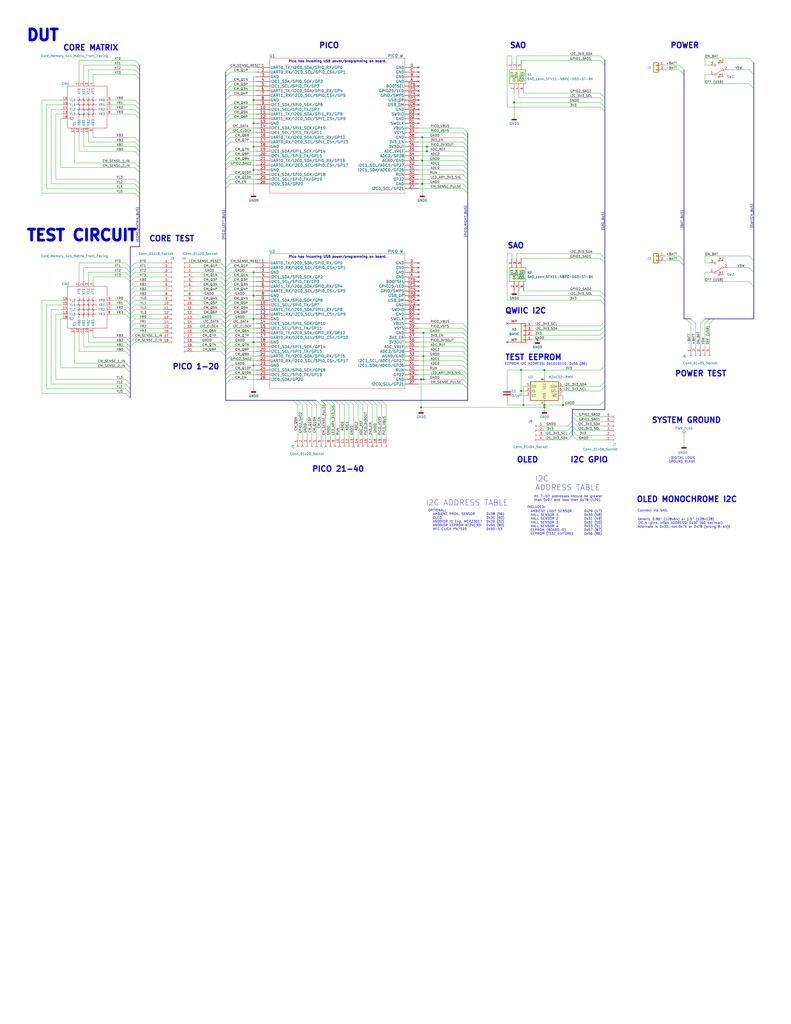
<source format=kicad_sch>
(kicad_sch (version 20230121) (generator eeschema)
  (paper "C" portrait)
  (title_block (title "Core16 Logic Board Test Fixture") (date "2023-11-16") (rev "0.2") (company "Concept and design by Andy Geppert @ www.MachineIdeas.com") (comment 4 "All non-polarized capacitors are X7R or X5R ceramic unless otherwise noted."))
  (bus_alias "CM_TRANSISTOR_DRIVE_BUS" (members "CM_Q1N" "CM_Q1P" "CM_Q2N" "CM_Q2P" "CM_Q3N" "CM_Q3P" "CM_Q4N" "CM_Q4P" "CM_Q5N" "CM_Q5P" "CM_Q6N" "CM_Q6P" "CM_Q7N" "CM_Q7P" "CM_Q8N" "CM_Q8P" "CM_Q9N" "CM_Q9P" "CM_Q10N" "CM_Q10P" "CA_SR_GPO_A" "CA_SR_GPO_B" "CA_SR_GPO_C" "CA_SR_GPO_D"))
  (bus_alias "SPI_3V3_BUS" (members "SPI_CD" "SPI_RESET" "SPI_SDI" "SPI_CS1" "SPI_CLK" "SPI_SDO"))
  (bus_alias "GPIO_CPS_BUS" (members "GPIO1_CP1_SAO1" "GPIO2_CP2_SAO2" "GPIO3_CP3_DC" "GPIO4_CP4_CS2" "GPIO5_CP5_HS1" "GPIO6_CP6_HS2" "GPIO7_CP7_HS3" "GPIO8_CP8_HS4"))
  (bus_alias "I2C_3V3_BUS" (members "I2C_3V3_SCL" "I2C_3V3_SDA"))
  (bus_alias "CA_SHIFT_REGISTER_BUS" (members "CM_SR_CLK" "CM_SR_LAT" "CM_SR_~{OE}" "CM_SR_SER1"))
  (junction (at 230.505 87.63))
  (junction (at 233.045 82.55))
  (junction (at 297.18 201.93))
  (junction (at 284.48 213.36))
  (junction (at 138.43 80.01))
  (junction (at 231.14 194.31))
  (junction (at 231.14 207.01))
  (junction (at 138.43 148.59))
  (junction (at 284.48 201.93))
  (junction (at 233.045 80.01))
  (junction (at 280.67 55.88))
  (junction (at 138.43 67.31))
  (junction (at 293.37 185.42))
  (junction (at 285.75 220.98))
  (junction (at 231.14 181.61))
  (junction (at 229.87 207.01))
  (junction (at 138.43 92.71))
  (junction (at 138.43 186.69))
  (junction (at 307.34 220.98))
  (junction (at 297.18 222.25))
  (junction (at 297.18 220.98))
  (junction (at 230.505 100.33))
  (junction (at 138.43 161.29))
  (junction (at 138.43 199.39))
  (junction (at 138.43 54.61))
  (junction (at 230.505 74.93))
  (junction (at 229.87 222.25))
  (junction (at 138.43 173.99))
  (no_connect (at 228.6 62.23))
  (no_connect (at 228.6 52.07))
  (no_connect (at 228.6 41.91))
  (no_connect (at 228.6 59.69))
  (no_connect (at 228.6 171.45))
  (no_connect (at 276.86 186.69))
  (no_connect (at 276.86 176.53))
  (no_connect (at 228.6 146.05))
  (no_connect (at 228.6 49.53))
  (no_connect (at 228.6 148.59))
  (no_connect (at 228.6 163.83))
  (no_connect (at 228.6 36.83))
  (no_connect (at 228.6 57.15))
  (no_connect (at 228.6 161.29))
  (no_connect (at 228.6 158.75))
  (no_connect (at 228.6 143.51))
  (no_connect (at 228.6 44.45))
  (no_connect (at 228.6 168.91))
  (no_connect (at 228.6 173.99))
  (no_connect (at 228.6 153.67))
  (no_connect (at 228.6 46.99))
  (no_connect (at 228.6 166.37))
  (no_connect (at 228.6 151.13))
  (no_connect (at 228.6 54.61))
  (no_connect (at 228.6 64.77))
  (no_connect (at 228.6 156.21))
  (no_connect (at 228.6 67.31))
  (no_connect (at 228.6 39.37))
  (bus_entry (at 198.12 220.98) (size -2.54 -2.54))
  (bus_entry (at 73.66 163.83) (size -2.54 2.54))
  (bus_entry (at 73.66 151.13) (size -2.54 2.54))
  (bus_entry (at 68.58 186.69) (size 2.54 2.54))
  (bus_entry (at 187.96 220.98) (size -2.54 -2.54))
  (bus_entry (at 123.19 161.29) (size -2.54 -2.54))
  (bus_entry (at 123.19 151.13) (size 2.54 -2.54))
  (bus_entry (at 252.73 74.93) (size 2.54 2.54))
  (bus_entry (at 73.66 77.47) (size 2.54 2.54))
  (bus_entry (at 123.19 184.15) (size 2.54 -2.54))
  (bus_entry (at 327.66 185.42) (size 2.54 -2.54))
  (bus_entry (at 408.94 153.67) (size 2.54 2.54))
  (bus_entry (at 252.73 176.53) (size 2.54 2.54))
  (bus_entry (at 123.19 191.77) (size 2.54 -2.54))
  (bus_entry (at 123.19 171.45) (size -2.54 -2.54))
  (bus_entry (at 314.96 237.49) (size -2.54 -2.54))
  (bus_entry (at 73.66 153.67) (size -2.54 2.54))
  (bus_entry (at 252.73 204.47) (size 2.54 2.54))
  (bus_entry (at 68.58 151.13) (size 2.54 2.54))
  (bus_entry (at 73.66 181.61) (size -2.54 2.54))
  (bus_entry (at 123.19 166.37) (size 2.54 -2.54))
  (bus_entry (at 162.56 218.44) (size 2.54 2.54))
  (bus_entry (at 123.19 186.69) (size -2.54 -2.54))
  (bus_entry (at 73.66 82.55) (size 2.54 2.54))
  (bus_entry (at 252.73 82.55) (size 2.54 2.54))
  (bus_entry (at 252.73 92.71) (size 2.54 2.54))
  (bus_entry (at 123.19 168.91) (size -2.54 -2.54))
  (bus_entry (at 73.66 88.9) (size 2.54 2.54))
  (bus_entry (at 252.73 72.39) (size 2.54 2.54))
  (bus_entry (at 120.65 173.99) (size 2.54 2.54))
  (bus_entry (at 123.19 181.61) (size 2.54 -2.54))
  (bus_entry (at 123.19 194.31) (size 2.54 -2.54))
  (bus_entry (at 252.73 80.01) (size 2.54 2.54))
  (bus_entry (at 252.73 194.31) (size 2.54 2.54))
  (bus_entry (at 73.66 100.33) (size 2.54 2.54))
  (bus_entry (at 379.73 176.53) (size -2.54 -2.54))
  (bus_entry (at 123.19 87.63) (size 2.54 -2.54))
  (bus_entry (at 252.73 97.79) (size 2.54 2.54))
  (bus_entry (at 123.19 191.77) (size -2.54 -2.54))
  (bus_entry (at 314.96 240.03) (size -2.54 -2.54))
  (bus_entry (at 73.66 57.15) (size 2.54 2.54))
  (bus_entry (at 73.66 40.64) (size 2.54 2.54))
  (bus_entry (at 68.58 189.23) (size 2.54 2.54))
  (bus_entry (at 123.19 173.99) (size 2.54 -2.54))
  (bus_entry (at 309.88 240.03) (size 2.54 -2.54))
  (bus_entry (at 370.84 38.1) (size 2.54 2.54))
  (bus_entry (at 252.73 181.61) (size 2.54 2.54))
  (bus_entry (at 180.34 220.98) (size -2.54 -2.54))
  (bus_entry (at 123.19 148.59) (size -2.54 -2.54))
  (bus_entry (at 123.19 77.47) (size 2.54 -2.54))
  (bus_entry (at 193.04 220.98) (size -2.54 -2.54))
  (bus_entry (at 123.19 181.61) (size -2.54 -2.54))
  (bus_entry (at 120.65 153.67) (size 2.54 2.54))
  (bus_entry (at 123.19 54.61) (size 2.54 -2.54))
  (bus_entry (at 123.19 179.07) (size 2.54 -2.54))
  (bus_entry (at 327.66 213.36) (size 2.54 -2.54))
  (bus_entry (at 73.66 80.01) (size 2.54 2.54))
  (bus_entry (at 252.73 69.85) (size 2.54 2.54))
  (bus_entry (at 252.73 179.07) (size 2.54 2.54))
  (bus_entry (at 120.65 161.29) (size 2.54 2.54))
  (bus_entry (at 314.96 227.33) (size -2.54 -2.54))
  (bus_entry (at 327.66 210.82) (size 2.54 -2.54))
  (bus_entry (at 370.84 142.24) (size 2.54 2.54))
  (bus_entry (at 123.19 163.83) (size 2.54 -2.54))
  (bus_entry (at 190.5 220.98) (size -2.54 -2.54))
  (bus_entry (at 327.66 201.93) (size 2.54 -2.54))
  (bus_entry (at 73.66 156.21) (size -2.54 2.54))
  (bus_entry (at 330.2 33.02) (size -2.54 -2.54))
  (bus_entry (at 73.66 146.05) (size -2.54 2.54))
  (bus_entry (at 123.19 146.05) (size 2.54 -2.54))
  (bus_entry (at 123.19 153.67) (size -2.54 -2.54))
  (bus_entry (at 123.19 199.39) (size 2.54 -2.54))
  (bus_entry (at 123.19 67.31) (size 2.54 -2.54))
  (bus_entry (at 252.73 201.93) (size 2.54 2.54))
  (bus_entry (at 314.96 232.41) (size -2.54 -2.54))
  (bus_entry (at 123.19 201.93) (size 2.54 -2.54))
  (bus_entry (at 123.19 90.17) (size 2.54 -2.54))
  (bus_entry (at 68.58 148.59) (size 2.54 2.54))
  (bus_entry (at 195.58 220.98) (size -2.54 -2.54))
  (bus_entry (at 73.66 186.69) (size -2.54 2.54))
  (bus_entry (at 309.88 234.95) (size 2.54 -2.54))
  (bus_entry (at 330.2 161.29) (size -2.54 -2.54))
  (bus_entry (at 123.19 166.37) (size -2.54 -2.54))
  (bus_entry (at 123.19 62.23) (size 2.54 -2.54))
  (bus_entry (at 205.74 220.98) (size -2.54 -2.54))
  (bus_entry (at 73.66 161.29) (size -2.54 2.54))
  (bus_entry (at 123.19 186.69) (size 2.54 -2.54))
  (bus_entry (at 123.19 196.85) (size 2.54 -2.54))
  (bus_entry (at 123.19 168.91) (size 2.54 -2.54))
  (bus_entry (at 123.19 74.93) (size 2.54 -2.54))
  (bus_entry (at 252.73 186.69) (size 2.54 2.54))
  (bus_entry (at 327.66 58.42) (size 2.54 2.54))
  (bus_entry (at 327.66 220.98) (size 2.54 -2.54))
  (bus_entry (at 68.58 212.09) (size 2.54 2.54))
  (bus_entry (at 327.66 177.8) (size 2.54 -2.54))
  (bus_entry (at 327.66 182.88) (size 2.54 -2.54))
  (bus_entry (at 327.66 180.34) (size 2.54 -2.54))
  (bus_entry (at 387.35 176.53) (size 2.54 -2.54))
  (bus_entry (at 252.73 196.85) (size 2.54 2.54))
  (bus_entry (at 408.94 31.75) (size 2.54 2.54))
  (bus_entry (at 125.73 46.99) (size -2.54 2.54))
  (bus_entry (at 73.66 184.15) (size -2.54 2.54))
  (bus_entry (at 330.2 35.56) (size -2.54 -2.54))
  (bus_entry (at 330.2 53.34) (size -2.54 -2.54))
  (bus_entry (at 123.19 97.79) (size 2.54 -2.54))
  (bus_entry (at 123.19 209.55) (size 2.54 -2.54))
  (bus_entry (at 382.27 176.53) (size 2.54 -2.54))
  (bus_entry (at 327.66 55.88) (size 2.54 2.54))
  (bus_entry (at 73.66 168.91) (size -2.54 2.54))
  (bus_entry (at 330.2 163.83) (size -2.54 -2.54))
  (bus_entry (at 73.66 91.44) (size 2.54 2.54))
  (bus_entry (at 125.73 156.21) (size -2.54 2.54))
  (bus_entry (at 177.8 220.98) (size -2.54 -2.54))
  (bus_entry (at 120.65 148.59) (size 2.54 2.54))
  (bus_entry (at 123.19 176.53) (size 2.54 -2.54))
  (bus_entry (at 68.58 184.15) (size 2.54 2.54))
  (bus_entry (at 123.19 72.39) (size 2.54 -2.54))
  (bus_entry (at 252.73 207.01) (size 2.54 2.54))
  (bus_entry (at 123.19 148.59) (size 2.54 -2.54))
  (bus_entry (at 252.73 95.25) (size 2.54 2.54))
  (bus_entry (at 408.94 45.72) (size 2.54 2.54))
  (bus_entry (at 252.73 102.87) (size 2.54 2.54))
  (bus_entry (at 73.66 179.07) (size -2.54 2.54))
  (bus_entry (at 210.82 220.98) (size -2.54 -2.54))
  (bus_entry (at 330.2 143.51) (size -2.54 -2.54))
  (bus_entry (at 68.58 171.45) (size 2.54 2.54))
  (bus_entry (at 252.73 184.15) (size 2.54 2.54))
  (bus_entry (at 408.94 146.05) (size 2.54 2.54))
  (bus_entry (at 68.58 200.66) (size 2.54 2.54))
  (bus_entry (at 68.58 146.05) (size 2.54 2.54))
  (bus_entry (at 123.19 92.71) (size 2.54 -2.54))
  (bus_entry (at 73.66 105.41) (size 2.54 2.54))
  (bus_entry (at 68.58 214.63) (size 2.54 2.54))
  (bus_entry (at 165.1 218.44) (size 2.54 2.54))
  (bus_entry (at 68.58 191.77) (size 2.54 2.54))
  (bus_entry (at 252.73 77.47) (size 2.54 2.54))
  (bus_entry (at 160.02 218.44) (size 2.54 2.54))
  (bus_entry (at 73.66 176.53) (size -2.54 2.54))
  (bus_entry (at 314.96 229.87) (size -2.54 -2.54))
  (bus_entry (at 123.19 59.69) (size 2.54 -2.54))
  (bus_entry (at 330.2 55.88) (size -2.54 -2.54))
  (bus_entry (at 408.94 139.7) (size 2.54 2.54))
  (bus_entry (at 252.73 189.23) (size 2.54 2.54))
  (bus_entry (at 123.19 179.07) (size -2.54 -2.54))
  (bus_entry (at 252.73 87.63) (size 2.54 2.54))
  (bus_entry (at 330.2 140.97) (size -2.54 -2.54))
  (bus_entry (at 123.19 100.33) (size 2.54 -2.54))
  (bus_entry (at 252.73 90.17) (size 2.54 2.54))
  (bus_entry (at 73.66 54.61) (size 2.54 2.54))
  (bus_entry (at 73.66 62.23) (size 2.54 2.54))
  (bus_entry (at 314.96 234.95) (size -2.54 -2.54))
  (bus_entry (at 73.66 59.69) (size 2.54 2.54))
  (bus_entry (at 175.26 218.44) (size 2.54 2.54))
  (bus_entry (at 123.19 64.77) (size 2.54 -2.54))
  (bus_entry (at 252.73 191.77) (size 2.54 2.54))
  (bus_entry (at 370.84 139.7) (size 2.54 2.54))
  (bus_entry (at 170.18 218.44) (size 2.54 2.54))
  (bus_entry (at 68.58 209.55) (size 2.54 2.54))
  (bus_entry (at 203.2 220.98) (size -2.54 -2.54))
  (bus_entry (at 125.73 49.53) (size -2.54 2.54))
  (bus_entry (at 73.66 166.37) (size -2.54 2.54))
  (bus_entry (at 125.73 153.67) (size -2.54 2.54))
  (bus_entry (at 73.66 171.45) (size -2.54 2.54))
  (bus_entry (at 377.19 176.53) (size -2.54 -2.54))
  (bus_entry (at 73.66 35.56) (size 2.54 2.54))
  (bus_entry (at 68.58 163.83) (size 2.54 2.54))
  (bus_entry (at 123.19 80.01) (size 2.54 -2.54))
  (bus_entry (at 309.88 232.41) (size 2.54 -2.54))
  (bus_entry (at 73.66 173.99) (size -2.54 2.54))
  (bus_entry (at 123.19 204.47) (size 2.54 -2.54))
  (bus_entry (at 123.19 153.67) (size 2.54 -2.54))
  (bus_entry (at 123.19 39.37) (size 2.54 -2.54))
  (bus_entry (at 123.19 161.29) (size 2.54 -2.54))
  (bus_entry (at 123.19 173.99) (size -2.54 -2.54))
  (bus_entry (at 123.19 85.09) (size 2.54 -2.54))
  (bus_entry (at 309.88 237.49) (size 2.54 -2.54))
  (bus_entry (at 73.66 97.79) (size 2.54 2.54))
  (bus_entry (at 73.66 143.51) (size -2.54 2.54))
  (bus_entry (at 167.64 218.44) (size 2.54 2.54))
  (bus_entry (at 123.19 46.99) (size 2.54 -2.54))
  (bus_entry (at 252.73 209.55) (size 2.54 2.54))
  (bus_entry (at 73.66 33.02) (size 2.54 2.54))
  (bus_entry (at 185.42 220.98) (size -2.54 -2.54))
  (bus_entry (at 68.58 143.51) (size 2.54 2.54))
  (bus_entry (at 252.73 199.39) (size 2.54 2.54))
  (bus_entry (at 123.19 207.01) (size 2.54 -2.54))
  (bus_entry (at 120.65 156.21) (size 2.54 2.54))
  (bus_entry (at 370.84 35.56) (size 2.54 2.54))
  (bus_entry (at 68.58 198.12) (size 2.54 2.54))
  (bus_entry (at 68.58 166.37) (size 2.54 2.54))
  (bus_entry (at 123.19 189.23) (size 2.54 -2.54))
  (bus_entry (at 123.19 194.31) (size -2.54 -2.54))
  (bus_entry (at 200.66 220.98) (size -2.54 -2.54))
  (bus_entry (at 73.66 74.93) (size 2.54 2.54))
  (bus_entry (at 252.73 100.33) (size 2.54 2.54))
  (bus_entry (at 123.19 41.91) (size 2.54 -2.54))
  (bus_entry (at 73.66 148.59) (size -2.54 2.54))
  (bus_entry (at 408.94 38.1) (size 2.54 2.54))
  (bus_entry (at 208.28 220.98) (size -2.54 -2.54))
  (bus_entry (at 327.66 163.83) (size 2.54 2.54))
  (bus_entry (at 172.72 218.44) (size 2.54 2.54))
  (bus_entry (at 123.19 146.05) (size -2.54 -2.54))
  (bus_entry (at 73.66 38.1) (size 2.54 2.54))
  (bus_entry (at 73.66 102.87) (size 2.54 2.54))
  (bus_entry (at 384.81 176.53) (size 2.54 -2.54))
  (bus_entry (at 68.58 207.01) (size 2.54 2.54))
  (bus_entry (at 182.88 220.98) (size -2.54 -2.54))
  (bus_entry (at 68.58 168.91) (size 2.54 2.54))
  (bus_entry (at 123.19 102.87) (size 2.54 -2.54))
  (bus_entry (at 73.66 158.75) (size -2.54 2.54))
  (bus_entry (at 252.73 85.09) (size 2.54 2.54))
  (bus_entry (at 123.19 184.15) (size -2.54 -2.54))
  (bus_entry (at 123.19 171.45) (size 2.54 -2.54))
  (bus_entry (at 120.65 186.69) (size 2.54 2.54))
  (wire (pts (xy 284.48 215.9) (xy 287.02 215.9)))
  (wire (pts (xy 125.73 90.17) (xy 139.7 90.17)))
  (wire (pts (xy 314.96 227.33) (xy 330.2 227.33)))
  (wire (pts (xy 290.83 185.42) (xy 293.37 185.42)))
  (bus (pts (xy 187.96 218.44) (xy 190.5 218.44)))
  (wire (pts (xy 105.41 143.51) (xy 120.65 143.51)))
  (wire (pts (xy 48.26 186.69) (xy 48.26 181.61)))
  (wire (pts (xy 228.6 184.15) (xy 252.73 184.15)))
  (wire (pts (xy 384.81 139.7) (xy 408.94 139.7)))
  (wire (pts (xy 228.6 189.23) (xy 252.73 189.23)))
  (wire (pts (xy 60.96 54.61) (xy 73.66 54.61)))
  (wire (pts (xy 177.8 220.98) (xy 177.8 238.76)))
  (wire (pts (xy 40.64 72.39) (xy 40.64 88.9)))
  (bus (pts (xy 71.12 186.69) (xy 71.12 189.23)))
  (wire (pts (xy 48.26 186.69) (xy 68.58 186.69)))
  (wire (pts (xy 230.505 100.33) (xy 252.73 100.33)))
  (wire (pts (xy 138.43 54.61) (xy 138.43 67.31)))
  (bus (pts (xy 123.19 199.39) (xy 123.19 201.93)))
  (bus (pts (xy 123.19 168.91) (xy 123.19 166.37)))
  (wire (pts (xy 73.66 181.61) (xy 88.9 181.61)))
  (bus (pts (xy 71.12 191.77) (xy 71.12 194.31)))
  (bus (pts (xy 175.26 218.44) (xy 177.8 218.44)))
  (bus (pts (xy 255.27 179.07) (xy 255.27 181.61)))
  (wire (pts (xy 281.94 138.43) (xy 327.66 138.43)))
  (wire (pts (xy 139.7 161.29) (xy 138.43 161.29)))
  (wire (pts (xy 30.48 171.45) (xy 30.48 207.01)))
  (wire (pts (xy 397.51 146.05) (xy 408.94 146.05)))
  (wire (pts (xy 105.41 161.29) (xy 120.65 161.29)))
  (bus (pts (xy 330.2 208.28) (xy 330.2 210.82)))
  (wire (pts (xy 139.7 92.71) (xy 138.43 92.71)))
  (wire (pts (xy 297.18 201.93) (xy 327.66 201.93)))
  (wire (pts (xy 230.505 87.63) (xy 252.73 87.63)))
  (wire (pts (xy 25.4 57.15) (xy 25.4 102.87)))
  (wire (pts (xy 125.73 36.83) (xy 139.7 36.83)))
  (wire (pts (xy 379.73 189.23) (xy 379.73 176.53)))
  (wire (pts (xy 125.73 74.93) (xy 139.7 74.93)))
  (bus (pts (xy 123.19 90.17) (xy 123.19 87.63)))
  (bus (pts (xy 76.2 102.87) (xy 76.2 105.41)))
  (wire (pts (xy 230.505 87.63) (xy 230.505 74.93)))
  (wire (pts (xy 48.26 38.1) (xy 73.66 38.1)))
  (bus (pts (xy 255.27 184.15) (xy 255.27 186.69)))
  (bus (pts (xy 255.27 97.79) (xy 255.27 100.33)))
  (wire (pts (xy 230.505 105.41) (xy 230.505 100.33)))
  (bus (pts (xy 71.12 203.2) (xy 71.12 209.55)))
  (bus (pts (xy 123.19 54.61) (xy 123.19 59.69)))
  (wire (pts (xy 228.6 102.87) (xy 252.73 102.87)))
  (wire (pts (xy 105.41 146.05) (xy 120.65 146.05)))
  (wire (pts (xy 43.18 153.67) (xy 43.18 143.51)))
  (bus (pts (xy 76.2 80.01) (xy 76.2 82.55)))
  (wire (pts (xy 231.14 207.01) (xy 252.73 207.01)))
  (wire (pts (xy 25.4 102.87) (xy 73.66 102.87)))
  (bus (pts (xy 255.27 189.23) (xy 255.27 191.77)))
  (wire (pts (xy 290.83 177.8) (xy 327.66 177.8)))
  (wire (pts (xy 228.6 97.79) (xy 252.73 97.79)))
  (bus (pts (xy 330.2 180.34) (xy 330.2 182.88)))
  (bus (pts (xy 123.19 87.63) (xy 123.19 85.09)))
  (bus (pts (xy 330.2 177.8) (xy 330.2 180.34)))
  (wire (pts (xy 284.48 33.02) (xy 327.66 33.02)))
  (bus (pts (xy 208.28 218.44) (xy 255.27 218.44)))
  (wire (pts (xy 30.48 207.01) (xy 68.58 207.01)))
  (bus (pts (xy 205.74 218.44) (xy 208.28 218.44)))
  (bus (pts (xy 71.12 148.59) (xy 71.12 151.13)))
  (wire (pts (xy 125.73 158.75) (xy 139.7 158.75)))
  (wire (pts (xy 297.18 222.25) (xy 297.18 223.52)))
  (wire (pts (xy 233.045 80.01) (xy 233.045 82.55)))
  (wire (pts (xy 125.73 44.45) (xy 139.7 44.45)))
  (wire (pts (xy 139.7 186.69) (xy 138.43 186.69)))
  (bus (pts (xy 193.04 218.44) (xy 195.58 218.44)))
  (bus (pts (xy 330.2 58.42) (xy 330.2 60.96)))
  (wire (pts (xy 125.73 49.53) (xy 139.7 49.53)))
  (wire (pts (xy 45.72 189.23) (xy 45.72 181.61)))
  (wire (pts (xy 33.02 91.44) (xy 73.66 91.44)))
  (wire (pts (xy 125.73 184.15) (xy 139.7 184.15)))
  (bus (pts (xy 76.2 62.23) (xy 76.2 64.77)))
  (bus (pts (xy 255.27 196.85) (xy 255.27 199.39)))
  (wire (pts (xy 283.21 161.29) (xy 327.66 161.29)))
  (wire (pts (xy 60.96 168.91) (xy 68.58 168.91)))
  (wire (pts (xy 43.18 143.51) (xy 68.58 143.51)))
  (wire (pts (xy 73.66 146.05) (xy 88.9 146.05)))
  (bus (pts (xy 71.12 176.53) (xy 71.12 179.07)))
  (wire (pts (xy 33.02 173.99) (xy 33.02 200.66)))
  (wire (pts (xy 125.73 153.67) (xy 139.7 153.67)))
  (wire (pts (xy 105.41 176.53) (xy 120.65 176.53)))
  (wire (pts (xy 284.48 213.36) (xy 284.48 215.9)))
  (wire (pts (xy 229.87 207.01) (xy 231.14 207.01)))
  (wire (pts (xy 125.73 146.05) (xy 139.7 146.05)))
  (bus (pts (xy 76.2 85.09) (xy 76.2 91.44)))
  (wire (pts (xy 228.6 181.61) (xy 231.14 181.61)))
  (wire (pts (xy 384.81 143.51) (xy 384.81 139.7)))
  (bus (pts (xy 330.2 60.96) (xy 330.2 140.97)))
  (bus (pts (xy 76.2 100.33) (xy 76.2 102.87)))
  (wire (pts (xy 138.43 173.99) (xy 138.43 186.69)))
  (bus (pts (xy 255.27 82.55) (xy 255.27 85.09)))
  (wire (pts (xy 170.18 220.98) (xy 170.18 238.76)))
  (bus (pts (xy 411.48 142.24) (xy 411.48 148.59)))
  (bus (pts (xy 389.89 173.99) (xy 411.48 173.99)))
  (bus (pts (xy 76.2 107.95) (xy 76.2 134.62)))
  (bus (pts (xy 123.19 194.31) (xy 123.19 191.77)))
  (polyline (pts (xy 583.565 289.56) (xy 1015.365 289.56)))
  (wire (pts (xy 60.96 62.23) (xy 73.66 62.23)))
  (wire (pts (xy 363.22 139.7) (xy 370.84 139.7)))
  (wire (pts (xy 30.48 97.79) (xy 73.66 97.79)))
  (bus (pts (xy 255.27 194.31) (xy 255.27 196.85)))
  (wire (pts (xy 73.66 148.59) (xy 88.9 148.59)))
  (wire (pts (xy 297.18 240.03) (xy 309.88 240.03)))
  (polyline (pts (xy 799.465 279.4) (xy 799.465 558.8)))
  (wire (pts (xy 125.73 189.23) (xy 139.7 189.23)))
  (wire (pts (xy 314.96 234.95) (xy 330.2 234.95)))
  (wire (pts (xy 105.41 171.45) (xy 120.65 171.45)))
  (wire (pts (xy 60.96 57.15) (xy 73.66 57.15)))
  (wire (pts (xy 50.8 40.64) (xy 73.66 40.64)))
  (bus (pts (xy 71.12 156.21) (xy 71.12 158.75)))
  (wire (pts (xy 276.86 218.44) (xy 276.86 220.98)))
  (wire (pts (xy 276.86 58.42) (xy 276.86 30.48)))
  (wire (pts (xy 125.73 179.07) (xy 139.7 179.07)))
  (wire (pts (xy 139.7 199.39) (xy 138.43 199.39)))
  (bus (pts (xy 123.19 146.05) (xy 123.19 148.59)))
  (wire (pts (xy 27.94 59.69) (xy 34.29 59.69)))
  (bus (pts (xy 123.19 156.21) (xy 123.19 153.67)))
  (wire (pts (xy 182.88 220.98) (xy 182.88 238.76)))
  (wire (pts (xy 22.86 54.61) (xy 22.86 105.41)))
  (wire (pts (xy 125.73 46.99) (xy 139.7 46.99)))
  (wire (pts (xy 280.67 55.88) (xy 280.67 50.8)))
  (bus (pts (xy 123.19 49.53) (xy 123.19 46.99)))
  (bus (pts (xy 123.19 92.71) (xy 123.19 97.79)))
  (wire (pts (xy 307.34 213.36) (xy 327.66 213.36)))
  (wire (pts (xy 125.73 148.59) (xy 138.43 148.59)))
  (bus (pts (xy 123.19 80.01) (xy 123.19 85.09)))
  (bus (pts (xy 76.2 82.55) (xy 76.2 85.09)))
  (bus (pts (xy 330.2 163.83) (xy 330.2 166.37)))
  (wire (pts (xy 387.35 176.53) (xy 387.35 189.23)))
  (wire (pts (xy 228.6 196.85) (xy 252.73 196.85)))
  (bus (pts (xy 123.19 196.85) (xy 123.19 194.31)))
  (wire (pts (xy 228.6 82.55) (xy 233.045 82.55)))
  (bus (pts (xy 123.19 176.53) (xy 123.19 179.07)))
  (wire (pts (xy 284.48 213.36) (xy 287.02 213.36)))
  (polyline (pts (xy 583.565 269.24) (xy 1015.365 269.24)))
  (wire (pts (xy 233.045 80.01) (xy 252.73 80.01)))
  (wire (pts (xy 45.72 80.01) (xy 45.72 72.39)))
  (bus (pts (xy 123.19 52.07) (xy 123.19 54.61)))
  (bus (pts (xy 373.38 144.78) (xy 373.38 173.99)))
  (wire (pts (xy 125.73 59.69) (xy 139.7 59.69)))
  (bus (pts (xy 255.27 74.93) (xy 255.27 77.47)))
  (bus (pts (xy 373.38 173.99) (xy 374.65 173.99)))
  (bus (pts (xy 123.19 171.45) (xy 123.19 173.99)))
  (bus (pts (xy 123.19 196.85) (xy 123.19 199.39)))
  (bus (pts (xy 330.2 199.39) (xy 330.2 208.28)))
  (wire (pts (xy 50.8 184.15) (xy 50.8 181.61)))
  (wire (pts (xy 50.8 151.13) (xy 68.58 151.13)))
  (bus (pts (xy 330.2 218.44) (xy 330.2 223.52)))
  (bus (pts (xy 123.19 77.47) (xy 123.19 74.93)))
  (bus (pts (xy 71.12 200.66) (xy 71.12 203.2)))
  (bus (pts (xy 123.19 161.29) (xy 123.19 163.83)))
  (wire (pts (xy 125.73 156.21) (xy 139.7 156.21)))
  (bus (pts (xy 411.48 48.26) (xy 411.48 142.24)))
  (wire (pts (xy 25.4 212.09) (xy 68.58 212.09)))
  (bus (pts (xy 123.19 102.87) (xy 123.19 146.05)))
  (wire (pts (xy 43.18 44.45) (xy 43.18 33.02)))
  (wire (pts (xy 279.4 30.48) (xy 279.4 33.02)))
  (wire (pts (xy 73.66 186.69) (xy 88.9 186.69)))
  (wire (pts (xy 228.6 95.25) (xy 252.73 95.25)))
  (wire (pts (xy 139.7 54.61) (xy 138.43 54.61)))
  (wire (pts (xy 228.6 207.01) (xy 229.87 207.01)))
  (wire (pts (xy 125.73 171.45) (xy 139.7 171.45)))
  (bus (pts (xy 76.2 40.64) (xy 76.2 43.18)))
  (wire (pts (xy 125.73 39.37) (xy 139.7 39.37)))
  (wire (pts (xy 22.86 105.41) (xy 73.66 105.41)))
  (wire (pts (xy 297.18 220.98) (xy 297.18 222.25)))
  (wire (pts (xy 228.6 209.55) (xy 252.73 209.55)))
  (wire (pts (xy 105.41 168.91) (xy 120.65 168.91)))
  (wire (pts (xy 276.86 163.83) (xy 276.86 138.43)))
  (wire (pts (xy 138.43 41.91) (xy 138.43 54.61)))
  (wire (pts (xy 22.86 163.83) (xy 34.29 163.83)))
  (bus (pts (xy 123.19 201.93) (xy 123.19 204.47)))
  (bus (pts (xy 373.38 142.24) (xy 373.38 144.78)))
  (bus (pts (xy 71.12 194.31) (xy 71.12 200.66)))
  (wire (pts (xy 139.7 41.91) (xy 138.43 41.91)))
  (wire (pts (xy 205.74 238.76) (xy 205.74 220.98)))
  (wire (pts (xy 138.43 80.01) (xy 138.43 92.71)))
  (wire (pts (xy 228.6 204.47) (xy 252.73 204.47)))
  (bus (pts (xy 255.27 100.33) (xy 255.27 102.87)))
  (wire (pts (xy 384.81 45.72) (xy 408.94 45.72)))
  (bus (pts (xy 312.42 223.52) (xy 312.42 224.79)))
  (bus (pts (xy 71.12 179.07) (xy 71.12 181.61)))
  (bus (pts (xy 71.12 168.91) (xy 71.12 171.45)))
  (bus (pts (xy 76.2 105.41) (xy 76.2 107.95)))
  (wire (pts (xy 105.41 158.75) (xy 120.65 158.75)))
  (wire (pts (xy 285.75 210.82) (xy 287.02 210.82)))
  (wire (pts (xy 105.41 163.83) (xy 120.65 163.83)))
  (wire (pts (xy 125.73 72.39) (xy 139.7 72.39)))
  (bus (pts (xy 123.19 184.15) (xy 123.19 181.61)))
  (wire (pts (xy 138.43 148.59) (xy 138.43 161.29)))
  (polyline (pts (xy 799.465 0) (xy 799.465 279.4)))
  (wire (pts (xy 327.66 163.83) (xy 276.86 163.83)))
  (bus (pts (xy 255.27 201.93) (xy 255.27 204.47)))
  (bus (pts (xy 312.42 234.95) (xy 312.42 237.49)))
  (wire (pts (xy 229.87 223.52) (xy 229.87 222.25)))
  (wire (pts (xy 139.7 80.01) (xy 138.43 80.01)))
  (wire (pts (xy 73.66 161.29) (xy 88.9 161.29)))
  (bus (pts (xy 170.18 218.44) (xy 172.72 218.44)))
  (wire (pts (xy 43.18 82.55) (xy 43.18 72.39)))
  (wire (pts (xy 200.66 220.98) (xy 200.66 238.76)))
  (wire (pts (xy 297.18 232.41) (xy 309.88 232.41)))
  (bus (pts (xy 255.27 95.25) (xy 255.27 97.79)))
  (wire (pts (xy 125.73 186.69) (xy 138.43 186.69)))
  (bus (pts (xy 411.48 40.64) (xy 411.48 48.26)))
  (wire (pts (xy 25.4 57.15) (xy 34.29 57.15)))
  (wire (pts (xy 228.6 191.77) (xy 252.73 191.77)))
  (wire (pts (xy 195.58 220.98) (xy 195.58 238.76)))
  (bus (pts (xy 384.81 173.99) (xy 387.35 173.99)))
  (wire (pts (xy 139.7 173.99) (xy 138.43 173.99)))
  (bus (pts (xy 123.19 186.69) (xy 123.19 189.23)))
  (wire (pts (xy 283.21 53.34) (xy 283.21 50.8)))
  (bus (pts (xy 330.2 143.51) (xy 330.2 161.29)))
  (bus (pts (xy 255.27 191.77) (xy 255.27 194.31)))
  (wire (pts (xy 45.72 80.01) (xy 73.66 80.01)))
  (wire (pts (xy 228.6 100.33) (xy 230.505 100.33)))
  (wire (pts (xy 125.73 204.47) (xy 139.7 204.47)))
  (bus (pts (xy 71.12 151.13) (xy 71.12 153.67)))
  (wire (pts (xy 105.41 191.77) (xy 120.65 191.77)))
  (wire (pts (xy 290.83 182.88) (xy 327.66 182.88)))
  (polyline (pts (xy 789.305 279.4) (xy 789.305 558.8)))
  (wire (pts (xy 125.73 173.99) (xy 138.43 173.99)))
  (wire (pts (xy 138.43 186.69) (xy 138.43 199.39)))
  (bus (pts (xy 373.38 38.1) (xy 373.38 40.64)))
  (wire (pts (xy 228.6 179.07) (xy 252.73 179.07)))
  (wire (pts (xy 50.8 153.67) (xy 50.8 151.13)))
  (wire (pts (xy 50.8 74.93) (xy 73.66 74.93)))
  (wire (pts (xy 45.72 153.67) (xy 45.72 146.05)))
  (wire (pts (xy 284.48 140.97) (xy 327.66 140.97)))
  (wire (pts (xy 175.26 220.98) (xy 175.26 238.76)))
  (wire (pts (xy 73.66 176.53) (xy 88.9 176.53)))
  (wire (pts (xy 125.73 57.15) (xy 139.7 57.15)))
  (bus (pts (xy 71.12 161.29) (xy 71.12 163.83)))
  (bus (pts (xy 71.12 173.99) (xy 71.12 176.53)))
  (wire (pts (xy 125.73 100.33) (xy 139.7 100.33)))
  (bus (pts (xy 123.19 204.47) (xy 123.19 207.01)))
  (wire (pts (xy 185.42 238.76) (xy 185.42 220.98)))
  (wire (pts (xy 363.22 38.1) (xy 370.84 38.1)))
  (bus (pts (xy 255.27 181.61) (xy 255.27 184.15)))
  (wire (pts (xy 125.73 168.91) (xy 139.7 168.91)))
  (bus (pts (xy 123.19 184.15) (xy 123.19 186.69)))
  (bus (pts (xy 190.5 218.44) (xy 193.04 218.44)))
  (wire (pts (xy 73.66 173.99) (xy 88.9 173.99)))
  (bus (pts (xy 76.2 80.01) (xy 76.2 77.47)))
  (bus (pts (xy 255.27 218.44) (xy 255.27 212.09)))
  (wire (pts (xy 43.18 191.77) (xy 43.18 181.61)))
  (wire (pts (xy 397.51 38.1) (xy 408.94 38.1)))
  (wire (pts (xy 382.27 176.53) (xy 382.27 189.23)))
  (bus (pts (xy 374.65 173.99) (xy 377.19 173.99)))
  (bus (pts (xy 330.2 182.88) (xy 330.2 199.39)))
  (wire (pts (xy 45.72 35.56) (xy 73.66 35.56)))
  (polyline (pts (xy 799.465 279.4) (xy 583.565 279.4)))
  (wire (pts (xy 48.26 77.47) (xy 73.66 77.47)))
  (bus (pts (xy 123.19 181.61) (xy 123.19 179.07)))
  (bus (pts (xy 330.2 161.29) (xy 330.2 163.83)))
  (wire (pts (xy 180.34 238.76) (xy 180.34 220.98)))
  (wire (pts (xy 73.66 168.91) (xy 88.9 168.91)))
  (wire (pts (xy 105.41 166.37) (xy 120.65 166.37)))
  (wire (pts (xy 187.96 220.98) (xy 187.96 238.76)))
  (wire (pts (xy 30.48 171.45) (xy 34.29 171.45)))
  (wire (pts (xy 27.94 100.33) (xy 73.66 100.33)))
  (wire (pts (xy 198.12 238.76) (xy 198.12 220.98)))
  (bus (pts (xy 411.48 148.59) (xy 411.48 156.21)))
  (wire (pts (xy 105.41 173.99) (xy 120.65 173.99)))
  (wire (pts (xy 228.6 72.39) (xy 252.73 72.39)))
  (wire (pts (xy 50.8 184.15) (xy 68.58 184.15)))
  (wire (pts (xy 73.66 171.45) (xy 88.9 171.45)))
  (bus (pts (xy 162.56 218.44) (xy 165.1 218.44)))
  (bus (pts (xy 123.19 173.99) (xy 123.19 176.53)))
  (wire (pts (xy 105.41 156.21) (xy 120.65 156.21)))
  (bus (pts (xy 177.8 218.44) (xy 180.34 218.44)))
  (bus (pts (xy 312.42 227.33) (xy 312.42 229.87)))
  (wire (pts (xy 307.34 215.9) (xy 307.34 220.98)))
  (wire (pts (xy 283.21 53.34) (xy 327.66 53.34)))
  (wire (pts (xy 228.6 80.01) (xy 233.045 80.01)))
  (bus (pts (xy 255.27 199.39) (xy 255.27 201.93)))
  (wire (pts (xy 125.73 163.83) (xy 139.7 163.83)))
  (bus (pts (xy 330.2 55.88) (xy 330.2 58.42)))
  (wire (pts (xy 43.18 191.77) (xy 68.58 191.77)))
  (wire (pts (xy 45.72 146.05) (xy 68.58 146.05)))
  (wire (pts (xy 125.73 181.61) (xy 139.7 181.61)))
  (bus (pts (xy 76.2 59.69) (xy 76.2 62.23)))
  (wire (pts (xy 285.75 210.82) (xy 285.75 220.98)))
  (wire (pts (xy 290.83 180.34) (xy 327.66 180.34)))
  (bus (pts (xy 123.19 151.13) (xy 123.19 153.67)))
  (bus (pts (xy 71.12 158.75) (xy 71.12 161.29)))
  (wire (pts (xy 125.73 82.55) (xy 139.7 82.55)))
  (wire (pts (xy 384.81 153.67) (xy 408.94 153.67)))
  (wire (pts (xy 203.2 238.76) (xy 203.2 220.98)))
  (wire (pts (xy 138.43 199.39) (xy 138.43 212.09)))
  (bus (pts (xy 330.2 53.34) (xy 330.2 55.88)))
  (bus (pts (xy 123.19 100.33) (xy 123.19 102.87)))
  (wire (pts (xy 208.28 220.98) (xy 208.28 238.76)))
  (wire (pts (xy 27.94 209.55) (xy 68.58 209.55)))
  (wire (pts (xy 73.66 153.67) (xy 88.9 153.67)))
  (bus (pts (xy 160.02 218.44) (xy 162.56 218.44)))
  (bus (pts (xy 411.48 156.21) (xy 411.48 173.99)))
  (bus (pts (xy 71.12 214.63) (xy 71.12 217.17)))
  (wire (pts (xy 172.72 220.98) (xy 172.72 238.76)))
  (wire (pts (xy 105.41 186.69) (xy 120.65 186.69)))
  (wire (pts (xy 284.48 201.93) (xy 284.48 213.36)))
  (bus (pts (xy 180.34 218.44) (xy 182.88 218.44)))
  (wire (pts (xy 50.8 74.93) (xy 50.8 72.39)))
  (bus (pts (xy 167.64 218.44) (xy 170.18 218.44)))
  (wire (pts (xy 73.66 179.07) (xy 88.9 179.07)))
  (wire (pts (xy 162.56 220.98) (xy 162.56 238.76)))
  (wire (pts (xy 73.66 158.75) (xy 88.9 158.75)))
  (bus (pts (xy 330.2 210.82) (xy 330.2 218.44)))
  (wire (pts (xy 125.73 69.85) (xy 139.7 69.85)))
  (wire (pts (xy 105.41 179.07) (xy 120.65 179.07)))
  (bus (pts (xy 71.12 153.67) (xy 71.12 156.21)))
  (bus (pts (xy 312.42 232.41) (xy 312.42 234.95)))
  (bus (pts (xy 312.42 229.87) (xy 312.42 232.41)))
  (wire (pts (xy 377.19 189.23) (xy 377.19 176.53)))
  (wire (pts (xy 105.41 189.23) (xy 120.65 189.23)))
  (bus (pts (xy 71.12 212.09) (xy 71.12 214.63)))
  (wire (pts (xy 125.73 52.07) (xy 139.7 52.07)))
  (wire (pts (xy 384.81 35.56) (xy 384.81 31.75)))
  (wire (pts (xy 384.81 40.64) (xy 384.81 45.72)))
  (wire (pts (xy 193.04 238.76) (xy 193.04 220.98)))
  (bus (pts (xy 330.2 175.26) (xy 330.2 166.37)))
  (bus (pts (xy 195.58 218.44) (xy 198.12 218.44)))
  (bus (pts (xy 71.12 134.62) (xy 76.2 134.62)))
  (wire (pts (xy 228.6 92.71) (xy 252.73 92.71)))
  (wire (pts (xy 125.73 207.01) (xy 139.7 207.01)))
  (wire (pts (xy 125.73 95.25) (xy 139.7 95.25)))
  (wire (pts (xy 276.86 30.48) (xy 279.4 30.48)))
  (bus (pts (xy 123.19 97.79) (xy 123.19 100.33)))
  (wire (pts (xy 297.18 205.74) (xy 297.18 201.93)))
  (wire (pts (xy 363.22 35.56) (xy 370.84 35.56)))
  (bus (pts (xy 123.19 62.23) (xy 123.19 59.69)))
  (wire (pts (xy 276.86 201.93) (xy 276.86 210.82)))
  (wire (pts (xy 228.6 194.31) (xy 231.14 194.31)))
  (bus (pts (xy 123.19 64.77) (xy 123.19 62.23)))
  (bus (pts (xy 123.19 39.37) (xy 123.19 41.91)))
  (wire (pts (xy 30.48 62.23) (xy 30.48 97.79)))
  (wire (pts (xy 307.34 210.82) (xy 327.66 210.82)))
  (wire (pts (xy 307.34 220.98) (xy 327.66 220.98)))
  (wire (pts (xy 276.86 220.98) (xy 285.75 220.98)))
  (wire (pts (xy 231.14 181.61) (xy 252.73 181.61)))
  (wire (pts (xy 363.22 142.24) (xy 370.84 142.24)))
  (wire (pts (xy 27.94 59.69) (xy 27.94 100.33)))
  (bus (pts (xy 411.48 34.29) (xy 411.48 40.64)))
  (wire (pts (xy 139.7 67.31) (xy 138.43 67.31)))
  (wire (pts (xy 231.14 194.31) (xy 231.14 181.61)))
  (bus (pts (xy 71.12 146.05) (xy 71.12 148.59)))
  (polyline (pts (xy 809.625 279.4) (xy 809.625 558.8)))
  (wire (pts (xy 283.21 161.29) (xy 283.21 158.75)))
  (bus (pts (xy 123.19 158.75) (xy 123.19 156.21)))
  (wire (pts (xy 293.37 185.42) (xy 327.66 185.42)))
  (wire (pts (xy 276.86 201.93) (xy 284.48 201.93)))
  (bus (pts (xy 123.19 67.31) (xy 123.19 72.39)))
  (wire (pts (xy 228.6 199.39) (xy 252.73 199.39)))
  (bus (pts (xy 198.12 218.44) (xy 200.66 218.44)))
  (wire (pts (xy 73.66 163.83) (xy 88.9 163.83)))
  (bus (pts (xy 123.19 77.47) (xy 123.19 80.01)))
  (wire (pts (xy 125.73 161.29) (xy 138.43 161.29)))
  (wire (pts (xy 125.73 194.31) (xy 139.7 194.31)))
  (wire (pts (xy 228.6 74.93) (xy 230.505 74.93)))
  (wire (pts (xy 73.66 151.13) (xy 88.9 151.13)))
  (bus (pts (xy 255.27 102.87) (xy 255.27 105.41)))
  (bus (pts (xy 123.19 41.91) (xy 123.19 46.99)))
  (wire (pts (xy 138.43 67.31) (xy 138.43 80.01)))
  (bus (pts (xy 76.2 93.98) (xy 76.2 100.33)))
  (wire (pts (xy 139.7 148.59) (xy 138.43 148.59)))
  (bus (pts (xy 200.66 218.44) (xy 203.2 218.44)))
  (wire (pts (xy 284.48 201.93) (xy 297.18 201.93)))
  (polyline (pts (xy 789.305 0) (xy 789.305 279.4)))
  (wire (pts (xy 231.14 194.31) (xy 252.73 194.31)))
  (wire (pts (xy 43.18 33.02) (xy 73.66 33.02)))
  (bus (pts (xy 182.88 218.44) (xy 185.42 218.44)))
  (bus (pts (xy 387.35 173.99) (xy 389.89 173.99)))
  (wire (pts (xy 125.73 166.37) (xy 139.7 166.37)))
  (bus (pts (xy 76.2 57.15) (xy 76.2 59.69)))
  (wire (pts (xy 27.94 168.91) (xy 27.94 209.55)))
  (wire (pts (xy 105.41 184.15) (xy 120.65 184.15)))
  (wire (pts (xy 60.96 166.37) (xy 68.58 166.37)))
  (wire (pts (xy 40.64 88.9) (xy 73.66 88.9)))
  (wire (pts (xy 210.82 220.98) (xy 210.82 238.76)))
  (wire (pts (xy 22.86 163.83) (xy 22.86 214.63)))
  (wire (pts (xy 384.81 148.59) (xy 387.35 148.59)))
  (wire (pts (xy 33.02 64.77) (xy 34.29 64.77)))
  (bus (pts (xy 373.38 40.64) (xy 373.38 142.24)))
  (bus (pts (xy 312.42 224.79) (xy 312.42 227.33)))
  (polyline (pts (xy 431.8 289.56) (xy 584.2 289.56)))
  (bus (pts (xy 71.12 209.55) (xy 71.12 212.09)))
  (wire (pts (xy 138.43 92.71) (xy 138.43 105.41)))
  (wire (pts (xy 125.73 201.93) (xy 139.7 201.93)))
  (wire (pts (xy 105.41 148.59) (xy 120.65 148.59)))
  (bus (pts (xy 123.19 218.44) (xy 160.02 218.44)))
  (bus (pts (xy 255.27 186.69) (xy 255.27 189.23)))
  (bus (pts (xy 330.2 175.26) (xy 330.2 177.8)))
  (wire (pts (xy 387.35 35.56) (xy 384.81 35.56)))
  (wire (pts (xy 285.75 158.75) (xy 327.66 158.75)))
  (wire (pts (xy 125.73 199.39) (xy 138.43 199.39)))
  (wire (pts (xy 30.48 62.23) (xy 34.29 62.23)))
  (wire (pts (xy 276.86 58.42) (xy 327.66 58.42)))
  (wire (pts (xy 73.66 166.37) (xy 88.9 166.37)))
  (bus (pts (xy 76.2 35.56) (xy 76.2 38.1)))
  (bus (pts (xy 255.27 77.47) (xy 255.27 80.01)))
  (bus (pts (xy 255.27 90.17) (xy 255.27 92.71)))
  (wire (pts (xy 228.6 77.47) (xy 252.73 77.47)))
  (wire (pts (xy 48.26 77.47) (xy 48.26 72.39)))
  (wire (pts (xy 228.6 90.17) (xy 252.73 90.17)))
  (wire (pts (xy 228.6 85.09) (xy 252.73 85.09)))
  (bus (pts (xy 312.42 223.52) (xy 330.2 223.52)))
  (bus (pts (xy 123.19 189.23) (xy 123.19 191.77)))
  (wire (pts (xy 125.73 196.85) (xy 139.7 196.85)))
  (wire (pts (xy 384.81 176.53) (xy 384.81 189.23)))
  (wire (pts (xy 297.18 234.95) (xy 309.88 234.95)))
  (wire (pts (xy 25.4 166.37) (xy 25.4 212.09)))
  (wire (pts (xy 314.96 240.03) (xy 330.2 240.03)))
  (bus (pts (xy 255.27 209.55) (xy 255.27 212.09)))
  (wire (pts (xy 125.73 151.13) (xy 139.7 151.13)))
  (wire (pts (xy 373.38 237.49) (xy 373.38 242.57)))
  (bus (pts (xy 71.12 166.37) (xy 71.12 168.91)))
  (wire (pts (xy 45.72 189.23) (xy 68.58 189.23)))
  (bus (pts (xy 76.2 64.77) (xy 76.2 77.47)))
  (bus (pts (xy 123.19 158.75) (xy 123.19 161.29)))
  (wire (pts (xy 125.73 77.47) (xy 139.7 77.47)))
  (polyline (pts (xy 431.8 269.24) (xy 584.2 269.24)))
  (bus (pts (xy 255.27 87.63) (xy 255.27 90.17)))
  (wire (pts (xy 105.41 181.61) (xy 120.65 181.61)))
  (wire (pts (xy 40.64 181.61) (xy 40.64 198.12)))
  (wire (pts (xy 167.64 220.98) (xy 167.64 238.76)))
  (wire (pts (xy 281.94 30.48) (xy 281.94 33.02)))
  (wire (pts (xy 48.26 153.67) (xy 48.26 148.59)))
  (bus (pts (xy 255.27 92.71) (xy 255.27 95.25)))
  (wire (pts (xy 43.18 82.55) (xy 73.66 82.55)))
  (wire (pts (xy 125.73 62.23) (xy 139.7 62.23)))
  (wire (pts (xy 125.73 143.51) (xy 139.7 143.51)))
  (wire (pts (xy 48.26 44.45) (xy 48.26 38.1)))
  (bus (pts (xy 123.19 209.55) (xy 123.19 218.44)))
  (wire (pts (xy 285.75 220.98) (xy 297.18 220.98)))
  (wire (pts (xy 125.73 176.53) (xy 139.7 176.53)))
  (wire (pts (xy 138.43 161.29) (xy 138.43 173.99)))
  (wire (pts (xy 33.02 200.66) (xy 68.58 200.66)))
  (bus (pts (xy 255.27 105.41) (xy 255.27 179.07)))
  (wire (pts (xy 73.66 156.21) (xy 88.9 156.21)))
  (wire (pts (xy 233.045 82.55) (xy 252.73 82.55)))
  (wire (pts (xy 73.66 184.15) (xy 88.9 184.15)))
  (bus (pts (xy 255.27 85.09) (xy 255.27 87.63)))
  (wire (pts (xy 125.73 64.77) (xy 139.7 64.77)))
  (wire (pts (xy 384.81 40.64) (xy 387.35 40.64)))
  (wire (pts (xy 297.18 237.49) (xy 309.88 237.49)))
  (bus (pts (xy 76.2 91.44) (xy 76.2 93.98)))
  (wire (pts (xy 60.96 171.45) (xy 68.58 171.45)))
  (wire (pts (xy 384.81 148.59) (xy 384.81 153.67)))
  (bus (pts (xy 330.2 140.97) (xy 330.2 143.51)))
  (wire (pts (xy 48.26 148.59) (xy 68.58 148.59)))
  (wire (pts (xy 33.02 64.77) (xy 33.02 91.44)))
  (wire (pts (xy 230.505 100.33) (xy 230.505 87.63)))
  (wire (pts (xy 280.67 63.5) (xy 280.67 55.88)))
  (wire (pts (xy 231.14 207.01) (xy 231.14 194.31)))
  (wire (pts (xy 105.41 153.67) (xy 120.65 153.67)))
  (wire (pts (xy 22.86 54.61) (xy 34.29 54.61)))
  (wire (pts (xy 281.94 30.48) (xy 327.66 30.48)))
  (wire (pts (xy 125.73 87.63) (xy 139.7 87.63)))
  (wire (pts (xy 228.6 201.93) (xy 252.73 201.93)))
  (wire (pts (xy 125.73 85.09) (xy 139.7 85.09)))
  (bus (pts (xy 123.19 52.07) (xy 123.19 49.53)))
  (bus (pts (xy 71.12 184.15) (xy 71.12 186.69)))
  (wire (pts (xy 314.96 237.49) (xy 330.2 237.49)))
  (bus (pts (xy 71.12 134.62) (xy 71.12 146.05)))
  (wire (pts (xy 230.505 74.93) (xy 252.73 74.93)))
  (bus (pts (xy 255.27 72.39) (xy 255.27 74.93)))
  (wire (pts (xy 281.94 138.43) (xy 281.94 140.97)))
  (wire (pts (xy 60.96 59.69) (xy 73.66 59.69)))
  (bus (pts (xy 255.27 207.01) (xy 255.27 209.55)))
  (bus (pts (xy 123.19 90.17) (xy 123.19 92.71)))
  (bus (pts (xy 76.2 43.18) (xy 76.2 57.15)))
  (wire (pts (xy 228.6 176.53) (xy 252.73 176.53)))
  (wire (pts (xy 22.86 214.63) (xy 68.58 214.63)))
  (bus (pts (xy 76.2 38.1) (xy 76.2 40.64)))
  (wire (pts (xy 60.96 163.83) (xy 68.58 163.83)))
  (bus (pts (xy 71.12 181.61) (xy 71.12 184.15)))
  (wire (pts (xy 229.87 222.25) (xy 297.18 222.25)))
  (wire (pts (xy 125.73 97.79) (xy 139.7 97.79)))
  (polyline (pts (xy 809.625 0) (xy 809.625 279.4)))
  (bus (pts (xy 123.19 171.45) (xy 123.19 168.91)))
  (wire (pts (xy 40.64 198.12) (xy 68.58 198.12)))
  (wire (pts (xy 279.4 138.43) (xy 279.4 140.97)))
  (wire (pts (xy 228.6 87.63) (xy 230.505 87.63)))
  (bus (pts (xy 123.19 163.83) (xy 123.19 166.37)))
  (wire (pts (xy 50.8 44.45) (xy 50.8 40.64)))
  (bus (pts (xy 185.42 218.44) (xy 187.96 218.44)))
  (wire (pts (xy 384.81 31.75) (xy 408.94 31.75)))
  (polyline (pts (xy 799.211 279.4) (xy 1015.365 279.4)))
  (wire (pts (xy 285.75 50.8) (xy 327.66 50.8)))
  (wire (pts (xy 73.66 143.51) (xy 88.9 143.51)))
  (wire (pts (xy 314.96 229.87) (xy 330.2 229.87)))
  (wire (pts (xy 387.35 143.51) (xy 384.81 143.51)))
  (wire (pts (xy 33.02 173.99) (xy 34.29 173.99)))
  (bus (pts (xy 71.12 171.45) (xy 71.12 173.99)))
  (bus (pts (xy 255.27 204.47) (xy 255.27 207.01)))
  (wire (pts (xy 165.1 220.98) (xy 165.1 238.76)))
  (wire (pts (xy 307.34 220.98) (xy 297.18 220.98)))
  (wire (pts (xy 27.94 168.91) (xy 34.29 168.91)))
  (wire (pts (xy 125.73 191.77) (xy 139.7 191.77)))
  (bus (pts (xy 71.12 189.23) (xy 71.12 191.77)))
  (wire (pts (xy 228.6 69.85) (xy 252.73 69.85)))
  (wire (pts (xy 45.72 44.45) (xy 45.72 35.56)))
  (wire (pts (xy 276.86 138.43) (xy 279.4 138.43)))
  (bus (pts (xy 71.12 163.83) (xy 71.12 166.37)))
  (bus (pts (xy 123.19 148.59) (xy 123.19 151.13)))
  (wire (pts (xy 229.87 222.25) (xy 229.87 207.01)))
  (bus (pts (xy 203.2 218.44) (xy 205.74 218.44)))
  (bus (pts (xy 123.19 207.01) (xy 123.19 209.55)))
  (wire (pts (xy 25.4 166.37) (xy 34.29 166.37)))
  (wire (pts (xy 228.6 186.69) (xy 252.73 186.69)))
  (bus (pts (xy 123.19 74.93) (xy 123.19 72.39)))
  (bus (pts (xy 255.27 80.01) (xy 255.27 82.55)))
  (bus (pts (xy 123.19 64.77) (xy 123.19 67.31)))
  (wire (pts (xy 105.41 151.13) (xy 120.65 151.13)))
  (wire (pts (xy 280.67 55.88) (xy 327.66 55.88)))
  (bus (pts (xy 330.2 33.02) (xy 330.2 35.56)))
  (wire (pts (xy 190.5 220.98) (xy 190.5 238.76)))
  (bus (pts (xy 330.2 35.56) (xy 330.2 53.34)))
  (bus (pts (xy 165.1 218.44) (xy 167.64 218.44)))
  (wire (pts (xy 314.96 232.41) (xy 330.2 232.41)))
  (text "INCLUDED:" (at 287.655 277.495 0) (effects (font (size 1.27 1.27)) (justify left bottom)))
  (text "AMBIENT PROX. SENSOR\nOLED\nAND!XOR IO Exp. MCP23017\nAND!XOR EEPROM AT24C32r\nNFC CLICK PN7120\n" (at 236.22 289.56 0) (effects (font (size 1.27 1.27)) (justify left bottom)))
  (text "TEST CIRCUIT" (at 13.97 132.08 0) (effects (font (size 6 6) (thickness 1.6) bold) (justify left bottom)))
  (text "SAO" (at 278.13 26.67 0) (effects (font (size 3 3) (thickness 0.6) bold) (justify left bottom)))
  (text "I2C \nADDRESS TABLE" (at 292.1 267.97 0) (effects (font (size 2.9972 2.9972)) (justify left bottom)))
  (text "Pico has incoming USB power/programming on board." (at 157.48 34.29 0) (effects (font (size 1.27 1.27) (thickness 0.254) bold) (justify left bottom)))
  (text "Pico has incoming USB power/programming on board." (at 157.48 140.97 0) (effects (font (size 1.27 1.27) (thickness 0.254) bold) (justify left bottom)))
  (text "TEST EEPROM" (at 275.59 196.85 0) (effects (font (size 3 3) (thickness 0.6) bold) (justify left bottom)))
  (text "SAO" (at 276.86 135.89 0) (effects (font (size 3 3) (thickness 0.6) bold) (justify left bottom)))
  (text "EEPROM I2C ADDRESS: 0b1010110, 0x56 (86)" (at 275.59 199.39 0) (effects (font (size 1.27 1.27)) (justify left bottom)))
  (text "CORE TEST" (at 81.28 132.08 0) (effects (font (size 3 3) (thickness 0.6) bold) (justify left bottom)))
  (text "Generic 0.96” (128x64) or 1.5” (128x128)\nI2C 4-pins, often ADDRESS: 0x3C (60 decimal)\nAlternate is 0x3D, not 0x7A or 0x78 (wrong 8-bit)!" (at 347.98 288.29 0) (effects (font (size 1.27 1.27)) (justify left bottom)))
  (text "DUT" (at 13.97 22.86 0) (effects (font (size 6 6) (thickness 1.6) bold) (justify left bottom)))
  (text "CORE MATRIX" (at 34.29 27.94 0) (effects (font (size 3 3) (thickness 0.6) bold) (justify left bottom)))
  (text "PICO" (at 173.99 26.67 0) (effects (font (size 3 3) (thickness 0.6) bold) (justify left bottom)))
  (text "0x29 (47)\n0x30 (48)\n0x31 (49)\n0x32 (50)\n0x33 (51)\n0x57 (87)\n0x56 (86)" (at 318.77 292.1 0) (effects (font (size 1.27 1.27)) (justify left bottom)))
  (text "OLED" (at 281.94 252.73 0) (effects (font (size 3 3) (thickness 0.6) bold) (justify left bottom)))
  (text "POWER" (at 365.76 26.67 0) (effects (font (size 3 3) (thickness 0.6) bold) (justify left bottom)))
  (text "PICO 21-40" (at 170.18 257.81 0) (effects (font (size 3 3) (thickness 0.6) bold) (justify left bottom)))
  (text "POWER TEST" (at 368.3 205.74 0) (effects (font (size 3 3) (thickness 0.6) bold) (justify left bottom)))
  (text "SYSTEM GROUND" (at 355.6 231.14 0) (effects (font (size 3 3) (thickness 0.6) bold) (justify left bottom)))
  (text "Connect via SAO." (at 347.98 279.4 0) (effects (font (size 1.27 1.27)) (justify left bottom)))
  (text "I2C ADDRESS TABLE" (at 232.41 276.225 0) (effects (font (size 2.9972 2.9972)) (justify left bottom)))
  (text "AMBIENT LIGHT SENSOR\nHALL SENSOR 1\nHALL SENSOR 2\nHALL SENSOR 3\nHALL SENSOR 4\nEEPROM (BOARD ID)\nEEPROM (TEST FIXTURE)" (at 289.56 292.1 0) (effects (font (size 1.27 1.27)) (justify left bottom)))
  (text "PICO 1-20" (at 93.98 201.93 0) (effects (font (size 3 3) (thickness 0.6) bold) (justify left bottom)))
  (text "0x38 (56)\n0x3C (60)\n0x20 (32)\n0x50 (80)\n0x50-53" (at 265.43 289.56 0) (effects (font (size 1.27 1.27)) (justify left bottom)))
  (text "QWIIC I2C" (at 275.59 171.45 0) (effects (font (size 3 3) (thickness 0.6) bold) (justify left bottom)))
  (text "I2C GPIO" (at 311.15 252.73 0) (effects (font (size 3 3) (thickness 0.6) bold) (justify left bottom)))
  (text "OPTIONAL:" (at 233.68 279.4 0) (effects (font (size 1.27 1.27)) (justify left bottom)))
  (text "All 7-bit addresses should be greater\nthan 0x07 and less than 0x78 (120)." (at 291.465 273.685 0) (effects (font (size 1.27 1.27)) (justify left bottom)))
  (text "OLED MONOCHROME I2C" (at 347.345 274.32 0) (effects (font (size 3 3) (thickness 0.6) bold) (justify left bottom)))
  (text "DIGITAL LOGIC\nGROUND PLANE" (at 379.73 252.73 0) (effects (font (size 1.27 1.27)) (justify right bottom)))
  (label "GPIO1_SAO1" (at 311.15 33.02 0))
  (label "YR2" (at 80.01 179.07 180))
  (label "CM_Q4P" (at 127.635 158.75 0))
  (label "CM_SENSE_PULSE" (at 234.95 102.87 0))
  (label "CM_Q6N" (at 128.27 181.61 0))
  (label "CM_SENSE_2_IN" (at 73.66 186.69 0))
  (label "YL3" (at 63.5 207.01 0))
  (label "CM_SENSE_RESET" (at 120.65 143.51 180))
  (label "CM_Q9N" (at 162.56 227.33 270))
  (label "3V3" (at 308.61 201.93 0))
  (label "I2C_CLOCK" (at 127 72.39 0))
  (label "CM_Q5P" (at 127.635 166.37 0))
  (label "XB3" (at 63.5 184.15 0))
  (label "GNDD" (at 128.27 199.39 0))
  (label "CM_Q10P" (at 128.27 95.25 0))
  (label "YL2" (at 63.5 100.33 0))
  (label "I2C_DATA" (at 119.38 176.53 180))
  (label "YR2" (at 63.5 59.69 0))
  (label "CM_Q1N" (at 118.745 151.13 180))
  (label "GNDD" (at 128.27 186.69 0))
  (label "GNDD" (at 116.84 161.29 180))
  (label "GNDD" (at 240.03 74.93 180))
  (label "CM_Q4P" (at 118.745 158.75 180))
  (label "GNDD" (at 240.03 181.61 180))
  (label "XT2" (at 76.2 148.59 0))
  (label "XT0" (at 66.04 143.51 180))
  (label "PICO_VBUS" (at 234.95 176.53 0))
  (label "OFF (USB)" (at 394.97 45.72 180))
  (label "CM_Q9N" (at 128.27 194.31 0))
  (label "YL2" (at 80.01 168.91 180))
  (label "XB1" (at 63.5 189.23 0))
  (label "GPIO2_SAO2" (at 311.15 158.75 0))
  (label "CM_Q10N" (at 128.27 97.79 0))
  (label "I2C_3V3_SDA" (at 311.15 138.43 0))
  (label "CM_Q1N" (at 127.635 44.45 0))
  (label "GNDD" (at 240.03 194.31 180))
  (label "CM_Q1P" (at 127.635 146.05 0))
  (label "VSW" (at 401.32 38.1 0))
  (label "{PICO_LEFT_BUS}" (at 123.19 130.81 90))
  (label "GNDD" (at 240.03 207.01 180))
  (label "GNDD" (at 297.18 185.42 180))
  (label "GPIO2_SAO2" (at 165.1 224.79 270))
  (label "LED_ARY_3V3_SIG" (at 182.88 237.49 90))
  (label "I2C_3V3_SDA" (at 309.88 240.03 180))
  (label "RUN" (at 238.76 201.93 180))
  (label "CM_SENSE_2_IN" (at 55.88 91.44 0))
  (label "XB0" (at 80.01 153.67 180))
  (label "PICO_VBUS" (at 234.95 69.85 0))
  (label "ON_BAT" (at 384.81 139.7 0))
  (label "YR1" (at 63.5 57.15 0))
  (label "YR0" (at 80.01 173.99 180))
  (label "{BAT_BUS}" (at 373.38 124.46 90))
  (label "XT0" (at 66.04 33.02 180))
  (label "XT2" (at 66.04 148.59 180))
  (label "GNDD" (at 193.04 237.49 90))
  (label "ADC2" (at 234.95 85.09 0))
  (label "GNDD" (at 167.64 236.22 90))
  (label "GPIO1_SAO1" (at 327.66 229.87 180))
  (label "XB1" (at 80.01 156.21 180))
  (label "ADC2" (at 234.95 191.77 0))
  (label "GNDD" (at 313.69 220.98 180))
  (label "CM_Q6P" (at 127.635 171.45 0))
  (label "{CORE_MATRIX_BUS}" (at 76.2 132.08 90))
  (label "YR0" (at 63.5 54.61 0))
  (label "YL2" (at 63.5 209.55 0))
  (label "ADC0" (at 234.95 199.39 0))
  (label "XT3" (at 66.04 40.64 180))
  (label "CM_Q3N" (at 127.635 49.53 0))
  (label "YL0" (at 63.5 105.41 0))
  (label "YL3" (at 80.01 171.45 180))
  (label "CM_Q7N" (at 128.27 82.55 0))
  (label "XB2" (at 63.5 77.47 0))
  (label "CM_SENSE_PULSE" (at 234.95 209.55 0))
  (label "ADC2" (at 195.58 234.95 90))
  (label "CM_Q10P" (at 170.18 227.33 270))
  (label "CM_Q10P" (at 128.27 201.93 0))
  (label "GPIO2_SAO2" (at 327.66 227.33 180))
  (label "CM_SENSE_2_IN" (at 53.34 200.66 0))
  (label "CM_SENSE_RESET" (at 125.73 143.51 0))
  (label "I2C_3V3_SCL" (at 307.975 213.36 0))
  (label "GNDD" (at 316.23 55.88 180))
  (label "CM_Q1P" (at 118.745 146.05 180))
  (label "YR3" (at 63.5 171.45 0))
  (label "-BATT" (at 369.57 38.1 180))
  (label "CM_Q6P" (at 118.745 171.45 180))
  (label "I2C_3V3_SDA" (at 311.15 30.48 0))
  (label "YL0" (at 63.5 214.63 0))
  (label "ADC_REF" (at 234.95 82.55 0))
  (label "YL1" (at 80.01 166.37 180))
  (label "-BATT" (at 377.19 187.96 90))
  (label "CM_EN" (at 175.26 227.33 270))
  (label "XB2" (at 80.01 158.75 180))
  (label "CM_SENSE_RESET" (at 125.73 36.83 0))
  (label "3V3_EN" (at 234.95 77.47 0))
  (label "CM_Q7P" (at 128.27 77.47 0))
  (label "GNDD" (at 180.34 237.49 90))
  (label "XB0" (at 63.5 191.77 0))
  (label "CM_SENSE_1_IN" (at 73.66 184.15 0))
  (label "I2C_3V3_SCL" (at 327.66 234.95 180))
  (label "XB2" (at 63.5 186.69 0))
  (label "CM_Q4N" (at 127.635 163.83 0))
  (label "XT3" (at 76.2 151.13 0))
  (label "GPIO1_SAO1" (at 311.15 140.97 0))
  (label "XT1" (at 66.04 35.56 180))
  (label "I2C_3V3_SCL" (at 292.1 177.8 0))
  (label "YL1" (at 63.5 212.09 0))
  (label "CM_Q5P" (at 118.745 166.37 180))
  (label "GPIO2_SAO2" (at 125.73 196.85 0))
  (label "CM_Q10N" (at 172.72 227.33 270))
  (label "PICO_VBUS" (at 210.82 237.49 90))
  (label "GNDD" (at 240.03 87.63 180))
  (label "PICO_VSYS" (at 234.95 72.39 0))
  (label "CM_Q4N" (at 127.635 57.15 0))
  (label "GNDD" (at 205.74 236.22 90))
  (label "CM_Q3P" (at 127.635 153.67 0))
  (label "VSW" (at 402.59 146.05 0))
  (label "CM_Q4P" (at 127.635 52.07 0))
  (label "3V3" (at 302.26 234.95 180))
  (label "ADC0" (at 187.96 234.95 90))
  (label "CM_Q5P" (at 127.635 59.69 0))
  (label "CM_Q5N" (at 127.635 62.23 0))
  (label "ON_BAT" (at 384.81 31.75 0))
  (label "XT1" (at 66.04 146.05 180))
  (label "{PICO_RIGHT_BUS}" (at 255.27 129.54 90))
  (label "XB3" (at 80.01 161.29 180))
  (label "I2C_3V3_SDA" (at 292.1 180.34 0))
  (label "XB3" (at 63.5 74.93 0))
  (label "GPIO2_SAO2" (at 125.73 90.17 0))
  (label "CM_Q6N" (at 118.11 181.61 180))
  (label "I2C_3V3_SDA" (at 327.66 232.41 180))
  (label "I2C_DATA" (at 127 176.53 0))
  (label "PICO_VSYS" (at 208.28 237.49 90))
  (label "+BATT" (at 369.57 139.7 180))
  (label "CM_Q3P" (at 127.635 46.99 0))
  (label "CM_SENSE_1_IN" (at 55.88 88.9 0))
  (label "XB0" (at 63.5 82.55 0))
  (label "PICO_3V3OUT" (at 234.95 80.01 0))
  (label "OFF (USB)" (at 394.97 153.67 180))
  (label "XT0" (at 76.2 143.51 0))
  (label "GNDD" (at 115.57 173.99 180))
  (label "YR3" (at 63.5 62.23 0))
  (label "VSW" (at 384.81 187.96 90))
  (label "3V3" (at 292.1 182.88 0))
  (label "CM_SENSE_PULSE" (at 177.8 237.49 90))
  (label "ADC1" (at 234.95 196.85 0))
  (label "CM_Q7P" (at 118.11 184.15 180))
  (label "CM_Q3P" (at 118.745 153.67 180))
  (label "I2C_CLOCK" (at 119.38 179.07 180))
  (label "YR3" (at 80.01 181.61 180))
  (label "XT2" (at 66.04 38.1 180))
  (label "I2C_3V3_SCL" (at 311.15 53.34 0))
  (label "CM_Q4N" (at 118.745 163.83 180))
  (label "-BATT" (at 369.57 142.24 180))
  (label "3V3" (at 311.15 163.83 0))
  (label "CM_Q7N" (at 128.27 189.23 0))
  (label "CM_EN" (at 128.27 100.33 0))
  (label "I2C_3V3_SCL" (at 311.15 161.29 0))
  (label "GNDD" (at 321.31 240.03 180))
  (label "3V3" (at 311.15 58.42 0))
  (label "LED_ARY_3V3_SIG" (at 234.95 97.79 0))
  (label "ADC1" (at 234.95 90.17 0))
  (label "OFF (USB)" (at 387.35 187.96 90))
  (label "CM_Q9N" (at 128.27 87.63 0))
  (label "PICO_3V3OUT" (at 200.66 237.49 90))
  (label "CM_Q3N" (at 118.745 156.21 180))
  (label "CM_Q7P" (at 128.27 184.15 0))
  (label "CM_SENSE_1_IN" (at 53.34 198.12 0))
  (label "CM_Q6N" (at 128.27 74.93 0))
  (label "CM_Q1P" (at 127.635 39.37 0))
  (label "CM_Q7N" (at 118.11 189.23 180))
  (label "CM_Q9P" (at 128.27 191.77 0))
  (label "YL0" (at 80.01 163.83 180))
  (label "3V3_EN" (at 234.95 184.15 0))
  (label "YL3" (at 63.5 97.79 0))
  (label "ADC_REF" (at 234.95 189.23 0))
  (label "CM_EN" (at 128.27 207.01 0))
  (label "+BATT" (at 369.57 35.56 180))
  (label "CM_Q6P" (at 127.635 64.77 0))
  (label "CM_Q3N" (at 127.635 156.21 0))
  (label "GNDD" (at 111.76 148.59 0))
  (label "3V3_EN" (at 203.2 237.49 90))
  (label "GNDD" (at 128.27 148.59 0))
  (label "CM_Q9P" (at 128.27 85.09 0))
  (label "CM_Q5N" (at 127.635 168.91 0))
  (label "CM_Q10N" (at 128.27 204.47 0))
  (label "YL1" (at 63.5 102.87 0))
  (label "GNDD" (at 303.53 232.41 180))
  (label "I2C_CLOCK" (at 127 179.07 0))
  (label "PICO_3V3OUT" (at 234.95 186.69 0))
  (label "YR0" (at 63.5 163.83 0))
  (label "YR2" (at 63.5 168.91 0))
  (label "XT1" (at 76.2 146.05 0))
  (label "CM_Q5N" (at 118.745 168.91 180))
  (label "I2C_DATA" (at 127 69.85 0))
  (label "{SWITCH_BUS}" (at 411.48 124.46 90))
  (label "YR1" (at 80.01 176.53 180))
  (label "I2C_3V3_SDA" (at 307.975 210.82 0))
  (label "ADC_REF" (at 198.12 237.49 90))
  (label "ON_BAT" (at 382.27 187.96 90))
  (label "RUN" (at 185.42 237.49 90))
  (label "XB1" (at 63.5 80.01 0))
  (label "3V3" (at 320.04 237.49 180))
  (label "+BATT" (at 379.73 187.96 90))
  (label "LED_ARY_3V3_SIG" (at 234.95 204.47 0))
  (label "GNDD" (at 240.03 100.33 180))
  (label "{SAO_BUS}" (at 330.2 125.73 90))
  (label "I2C_3V3_SCL" (at 309.88 237.49 180))
  (label "YR1" (at 63.5 166.37 0))
  (label "PICO_VSYS" (at 234.95 179.07 0))
  (label "ADC0" (at 234.95 92.71 0))
  (label "RUN" (at 238.76 95.25 180))
  (label "ADC1" (at 190.5 234.95 90))
  (label "CM_Q9P" (at 118.11 191.77 180))
  (label "GNDD" (at 128.27 161.29 0))
  (label "GPIO2_SAO2" (at 311.15 50.8 0))
  (label "GNDD" (at 115.57 186.69 180))
  (label "GNDD" (at 128.27 173.99 0))
  (label "CM_Q1N" (at 127.635 151.13 0))
  (label "XT3" (at 66.04 151.13 180))
  (symbol (lib_id "power:GNDD") (at 138.43 212.09 0) (unit 1)
    (property "Reference" "#PWR01" (effects hide))
    (property "Value" "GNDD" (at 138.5316 216.0524 0))
  )
  (symbol (lib_id "Connector:Conn_01x06_Socket") (at 335.28 234.95 0) (mirror x) (unit 1)
    (property "Reference" "J7" (at 335.28 242.57 0))
    (property "Value" "Conn_01x06_Socket" (at 327.66 245.11 0))
    (property "Footprint" "Connector_PinHeader_2.54mm:PinHeader_1x06_P2.54mm_Vertical" (effects hide))
  )
  (symbol (lib_id "Connector:Conn_01x20_Socket") (at 100.33 166.37 0) (mirror y) (unit 1)
    (property "Reference" "J4" (at 100.33 140.97 0))
    (property "Value" "Conn_01x20_Socket" (at 109.22 138.43 0))
    (property "Footprint" "Connector_PinHeader_2.54mm:PinHeader_1x20_P2.54mm_Vertical" (effects hide))
  )
  (symbol (lib_id "Connector_Generic:Conn_01x02") (at 358.14 139.7 0) (mirror y) (unit 1)
    (property "Reference" "J2" (at 355.6 140.97 0) (effects (justify left)))
    (property "Value" "ALT. BATT." (effects hide))
    (property "Footprint" "Connector_PinSocket_2.54mm:PinSocket_1x02_P2.54mm_Vertical" (effects hide))
    (property "User Optional" "Yes" (effects hide))
    (property "Insert" "NO" (effects hide))
  )
  (symbol (lib_id "CORE_64_LIBRARY:Connector_QWIIC_4x1_MP") (at 285.75 182.88 180) (unit 1)
    (property "Reference" "X3" (at 280.67 179.705 0))
    (property "Value" "QWIIC" (at 280.67 182.245 0))
    (property "Footprint" "Connector_JST:JST_SH_SM04B-SRSS-TB_1x04-1MP_P1.00mm_Horizontal" (effects hide))
    (property "LCSC" "C160404" (effects hide))
    (property "Description" "JST_SH_SM04B-SRSS-TB_1x04" (effects hide))
    (property "Insert" "YES" (effects hide))
    (property "Digi-Key_PN" "455-SM04B-SRSS-TBTR-ND" (effects hide))
    (property "MPN" "SM04B-SRSS-TB" (effects hide))
    (property "Manufacturer" "JST" (effects hide))
  )
  (symbol (lib_id "power:GNDD") (at 373.38 242.57 0) (unit 1)
    (property "Reference" "#PWR0135" (effects hide))
    (property "Value" "GNDD" (at 372.745 247.015 0))
  )
  (symbol (lib_id "Connector:Conn_01x04_Socket") (at 292.1 234.95 0) (mirror y) (unit 1)
    (property "Reference" "J8" (at 289.56 229.87 0))
    (property "Value" "Conn_01x04_Socket" (at 289.56 243.84 0))
    (property "Footprint" "Connector_PinHeader_2.54mm:PinHeader_1x04_P2.54mm_Vertical" (effects hide))
  )
  (symbol (lib_id "power:GNDD") (at 230.505 105.41 0) (unit 1)
    (property "Reference" "#PWR06" (effects hide))
    (property "Value" "GNDD" (at 230.6066 109.3724 0))
  )
  (symbol (lib_id "CORE_64_LIBRARY:SAO_conn_SFH11-NBPC-D03-ST-BK-badgelife_shitty_addon_v169bis") (at 283.21 148.59 0) (unit 1)
    (property "Reference" "X2" (at 287.7566 148.6662 0) (effects (justify left)))
    (property "Value" "SAO_conn_SFH11-NBPC-D03-ST-BK" (at 287.7566 151.0284 0) (effects (justify left)))
    (property "Footprint" "Core_64_KiCad_Library:Badgelife-SAOv169-BADGE-2x3" (effects hide))
    (property "Description" "CONN HDR 6POS KEYED SOCKET 0.1 T.H." (effects hide))
    (property "MPN" "SFH11-NBPC-D03-ST-BK" (effects hide))
    (property "User Optional" "yes" (effects hide))
    (property "Insert" "NO" (effects hide))
    (property "Manufacturer" "Sullins" (effects hide))
  )
  (symbol (lib_id "power:GNDD") (at 297.18 223.52 0) (unit 1)
    (property "Reference" "#PWR0153" (effects hide))
    (property "Value" "GNDD" (at 297.2816 227.4824 0))
  )
  (symbol (lib_id "power:GNDD") (at 280.67 158.75 0) (unit 1)
    (property "Reference" "#PWR03" (effects hide))
    (property "Value" "GNDD" (at 280.7716 162.7124 0))
  )
  (symbol (lib_id "Device:C") (at 276.86 214.63 0) (unit 1)
    (property "Reference" "C1" (at 279.1714 213.4616 0) (effects (justify left)))
    (property "Value" "0.1uF" (at 279.1714 215.773 0) (effects (justify left)))
    (property "Footprint" "Capacitor_SMD:C_0805_2012Metric" (effects hide))
    (property "Description" "Capacitor 0805 0.1uF" (effects hide))
    (property "LCSC" "C28233" (effects hide))
    (property "Insert" "YES" (effects hide))
    (property "Value_Modifier" "X7R ceramic" (effects hide))
  )
  (symbol (lib_id "Connector:Conn_01x18_Socket") (at 93.98 163.83 0) (unit 1)
    (property "Reference" "J3" (at 93.98 140.97 0))
    (property "Value" "Conn_01x18_Socket" (at 85.09 138.43 0))
    (property "Footprint" "Connector_PinHeader_2.54mm:PinHeader_1x18_P2.54mm_Vertical" (effects hide))
  )
  (symbol (lib_id "SK12D07VG4:SW_SPDT_TH_SK12D07") (at 392.43 38.1 180) (unit 1)
    (property "Reference" "SW1" (at 398.78 41.91 0))
    (property "Value" "SK12D07L4B" (effects hide))
    (property "Footprint" "Switch_XKB_SK12D07VG4_SK12D07L4B:SK12D07VG4" (effects hide))
    (property "LCSC" "C480340" (effects hide))
    (property "Insert" "YES" (effects hide))
    (property "Description" "Switch" (effects hide))
    (property "Digi-Key_PN" "CKN9559-ND" (effects hide))
    (property "MPN" "OS102011MA1QN1" (effects hide))
    (property "Manufacturer" "C&K" (effects hide))
  )
  (symbol (lib_id "power:PWR_FLAG") (at 373.38 237.49 0) (unit 1)
    (property "Reference" "#FLG0101" (effects hide))
    (property "Value" "PWR_FLAG" (at 373.38 233.68 0))
  )
  (symbol (lib_id "CORE_64_LIBRARY:Core_Memory_4x4_Matrix_Front_Facing") (at 52.07 63.5 0) (unit 1)
    (property "Reference" "CM1" (at 35.814 45.72 0))
    (property "Value" "Core_Memory_4x4_Matrix_Front_Facing" (at 40.64 30.48 0))
    (property "Footprint" "Core_64_KiCad_Library:core_16_6.75mm_square_front_facing" (effects hide))
    (property "Insert" "NO" (effects hide))
  )
  (symbol (lib_id "Connector_Generic:Conn_01x02") (at 358.14 35.56 0) (mirror y) (unit 1)
    (property "Reference" "J1" (at 355.6 36.83 0) (effects (justify left)))
    (property "Value" "ALT. BATT." (effects hide))
    (property "Footprint" "Connector_PinSocket_2.54mm:PinSocket_1x02_P2.54mm_Vertical" (effects hide))
    (property "User Optional" "Yes" (effects hide))
    (property "Insert" "NO" (effects hide))
  )
  (symbol (lib_id "Connector:Conn_01x20_Socket") (at 185.42 243.84 90) (mirror x) (unit 1)
    (property "Reference" "J5" (at 160.02 243.84 0))
    (property "Value" "Conn_01x20_Socket" (at 167.64 247.65 90))
    (property "Footprint" "Connector_PinHeader_2.54mm:PinHeader_1x20_P2.54mm_Vertical" (effects hide))
  )
  (symbol (lib_id "power:GNDD") (at 293.37 185.42 0) (unit 1)
    (property "Reference" "#PWR07" (effects hide))
    (property "Value" "GNDD" (at 293.4716 189.3824 0))
  )
  (symbol (lib_id "Memory_EEPROM:M24C01-RMN") (at 297.18 213.36 0) (unit 1)
    (property "Reference" "U3" (at 289.56 205.74 0))
    (property "Value" "M24C02-RMN" (at 306.07 205.74 0))
    (property "Footprint" "Package_SO:SOIC-8_3.9x4.9mm_P1.27mm" (effects hide))
    (property "Datasheet" "http://www.st.com/content/ccc/resource/technical/document/datasheet/b0/d8/50/40/5a/85/49/6f/DM00071904.pdf/files/DM00071904.pdf/jcr:content/translations/en.DM00071904.pdf" (effects hide))
    (property "Description" "IC EEPROM 2KBIT I2C 400KHZ 8SOIC" (effects hide))
    (property "MPN" "M24C02-WMN6TP" (effects hide))
    (property "LCSC" "C7562" (effects hide))
    (property "Insert" "YES" (effects hide))
    (property "Manufacturer" "STMicroelectronics" (effects hide))
    (property "Digi-Key_PN" "497-8552-2-ND" (effects hide))
  )
  (symbol (lib_id "power:GNDD") (at 280.67 63.5 0) (unit 1)
    (property "Reference" "#PWR05" (effects hide))
    (property "Value" "GNDD" (at 280.7716 67.4624 0))
  )
  (symbol (lib_id "CORE_64_LIBRARY:SC0915-Pico_SC0915_Sequential") (at 139.7 36.83 0) (unit 1)
    (property "Reference" "U1" (at 148.59 30.48 0) (effects (font (size 1.524 1.524))))
    (property "Value" "PICO W" (at 215.9 30.48 0) (effects (font (size 1.524 1.524))))
    (property "Footprint" "Core_64_KiCad_Library:Pico_SC0915_THRUHOLE_CUTOUTS" (effects hide))
    (property "Insert" "NO" (effects hide))
    (property "Description" "Raspberry Pi Pico W" (effects hide))
  )
  (symbol (lib_id "CORE_64_LIBRARY:SC0915-Pico_SC0915_Sequential") (at 139.7 143.51 0) (unit 1)
    (property "Reference" "U2" (at 148.59 137.16 0) (effects (font (size 1.524 1.524))))
    (property "Value" "PICO W" (at 215.9 137.16 0) (effects (font (size 1.524 1.524))))
    (property "Footprint" "Core_64_KiCad_Library:Pico_SC0915_THRUHOLE_CUTOUTS" (effects hide))
    (property "Insert" "NO" (effects hide))
    (property "Description" "Raspberry Pi Pico W" (effects hide))
  )
  (symbol (lib_id "CORE_64_LIBRARY:SAO_conn_SFH11-NBPC-D03-ST-BK-badgelife_shitty_addon_v169bis") (at 283.21 40.64 0) (unit 1)
    (property "Reference" "X1" (at 287.7566 40.7162 0) (effects (justify left)))
    (property "Value" "SAO_conn_SFH11-NBPC-D03-ST-BK" (at 287.7566 43.0784 0) (effects (justify left)))
    (property "Footprint" "Core_64_KiCad_Library:Badgelife-SAOv169-BADGE-2x3" (effects hide))
    (property "Description" "CONN HDR 6POS KEYED SOCKET 0.1 T.H." (effects hide))
    (property "MPN" "SFH11-NBPC-D03-ST-BK" (effects hide))
    (property "User Optional" "yes" (effects hide))
    (property "Insert" "NO" (effects hide))
    (property "Manufacturer" "Sullins" (effects hide))
  )
  (symbol (lib_id "Connector:Conn_01x05_Socket") (at 382.27 194.31 90) (mirror x) (unit 1)
    (property "Reference" "J6" (at 373.38 194.31 90))
    (property "Value" "Conn_01x05_Socket" (at 382.27 198.12 90))
    (property "Footprint" "Connector_PinHeader_2.54mm:PinHeader_1x05_P2.54mm_Vertical" (effects hide))
  )
  (symbol (lib_id "power:GNDD") (at 229.87 223.52 0) (unit 1)
    (property "Reference" "#PWR02" (effects hide))
    (property "Value" "GNDD" (at 229.9716 227.4824 0))
  )
  (symbol (lib_id "SK12D07VG4:SW_SPDT_TH_SK12D07") (at 392.43 146.05 180) (unit 1)
    (property "Reference" "SW2" (at 398.78 149.86 0))
    (property "Value" "SK12D07L4B" (effects hide))
    (property "Footprint" "Switch_XKB_SK12D07VG4_SK12D07L4B:SK12D07VG4" (effects hide))
    (property "LCSC" "C480340" (effects hide))
    (property "Insert" "YES" (effects hide))
    (property "Description" "Switch" (effects hide))
    (property "Digi-Key_PN" "CKN9559-ND" (effects hide))
    (property "MPN" "OS102011MA1QN1" (effects hide))
    (property "Manufacturer" "C&K" (effects hide))
  )
  (symbol (lib_id "power:GNDD") (at 138.43 105.41 0) (unit 1)
    (property "Reference" "#PWR04" (effects hide))
    (property "Value" "GNDD" (at 138.5316 109.3724 0))
  )
  (symbol (lib_id "CORE_64_LIBRARY:Core_Memory_4x4_Matrix_Front_Facing") (at 52.07 172.72 0) (unit 1)
    (property "Reference" "CM2" (at 35.814 154.94 0))
    (property "Value" "Core_Memory_4x4_Matrix_Front_Facing" (at 40.64 139.7 0))
    (property "Footprint" "Core_64_KiCad_Library:core_16_6.75mm_square_front_facing" (effects hide))
    (property "Insert" "NO" (effects hide))
  )
)
</source>
